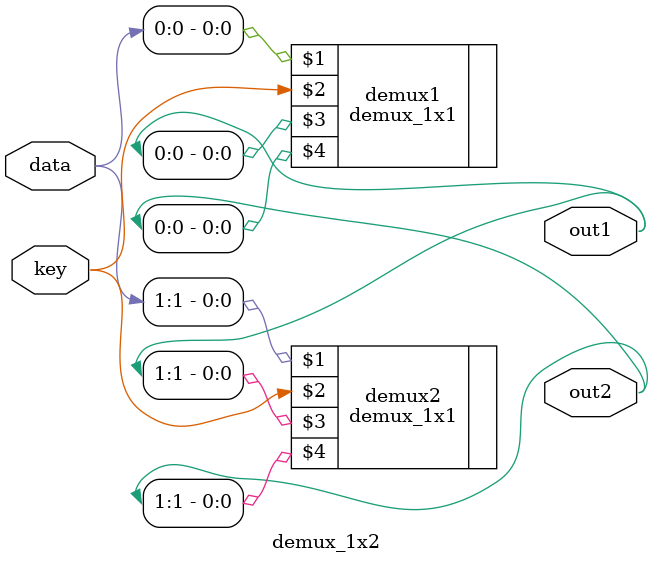
<source format=v>

`ifndef DEMULTIPLEXER_1X2
`define DEMULTIPLEXER_1X2

`include "demux_1x1.v"

module demux_1x2 (input [1:0] data, input key, output [1:0] out1, output [1:0] out2);

    demux_1x1 demux1(data[0], key, out1[0], out2[0]);
    demux_1x1 demux2(data[1], key, out1[1], out2[1]);

endmodule

`endif
</source>
